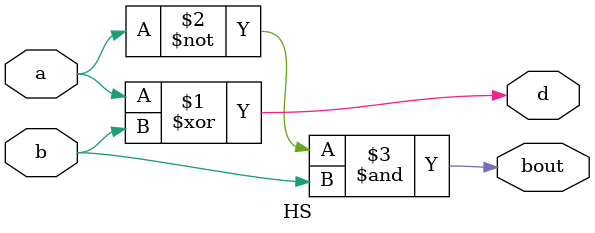
<source format=v>
`timescale 1ns/1ps
module HS(a,b,d,bout);
input a,b;
output d,bout;
assign d=a^b;
assign bout=~a&b;
endmodule 

</source>
